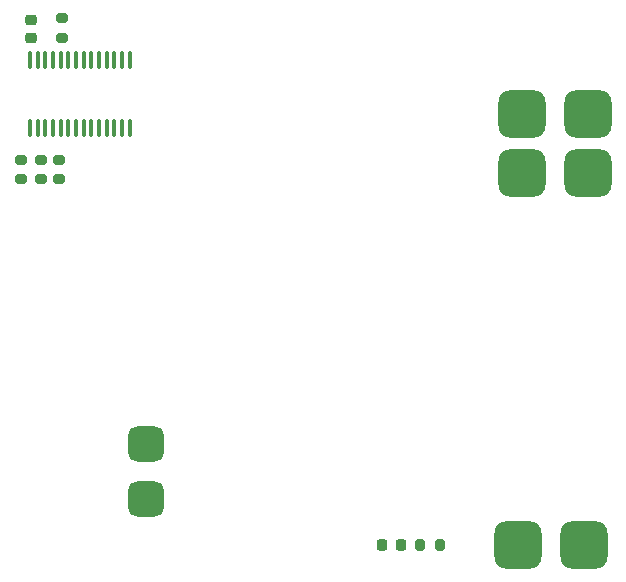
<source format=gtp>
%TF.GenerationSoftware,KiCad,Pcbnew,7.0.7*%
%TF.CreationDate,2023-11-07T21:10:22-05:00*%
%TF.ProjectId,attachmentBoard,61747461-6368-46d6-956e-74426f617264,rev?*%
%TF.SameCoordinates,Original*%
%TF.FileFunction,Paste,Top*%
%TF.FilePolarity,Positive*%
%FSLAX46Y46*%
G04 Gerber Fmt 4.6, Leading zero omitted, Abs format (unit mm)*
G04 Created by KiCad (PCBNEW 7.0.7) date 2023-11-07 21:10:22*
%MOMM*%
%LPD*%
G01*
G04 APERTURE LIST*
G04 Aperture macros list*
%AMRoundRect*
0 Rectangle with rounded corners*
0 $1 Rounding radius*
0 $2 $3 $4 $5 $6 $7 $8 $9 X,Y pos of 4 corners*
0 Add a 4 corners polygon primitive as box body*
4,1,4,$2,$3,$4,$5,$6,$7,$8,$9,$2,$3,0*
0 Add four circle primitives for the rounded corners*
1,1,$1+$1,$2,$3*
1,1,$1+$1,$4,$5*
1,1,$1+$1,$6,$7*
1,1,$1+$1,$8,$9*
0 Add four rect primitives between the rounded corners*
20,1,$1+$1,$2,$3,$4,$5,0*
20,1,$1+$1,$4,$5,$6,$7,0*
20,1,$1+$1,$6,$7,$8,$9,0*
20,1,$1+$1,$8,$9,$2,$3,0*%
G04 Aperture macros list end*
%ADD10RoundRect,0.100000X0.100000X-0.637500X0.100000X0.637500X-0.100000X0.637500X-0.100000X-0.637500X0*%
%ADD11RoundRect,0.750000X-0.750000X-0.750000X0.750000X-0.750000X0.750000X0.750000X-0.750000X0.750000X0*%
%ADD12RoundRect,0.225000X0.250000X-0.225000X0.250000X0.225000X-0.250000X0.225000X-0.250000X-0.225000X0*%
%ADD13RoundRect,0.200000X-0.275000X0.200000X-0.275000X-0.200000X0.275000X-0.200000X0.275000X0.200000X0*%
%ADD14RoundRect,0.200000X0.200000X0.275000X-0.200000X0.275000X-0.200000X-0.275000X0.200000X-0.275000X0*%
%ADD15RoundRect,1.000000X1.000000X-1.000000X1.000000X1.000000X-1.000000X1.000000X-1.000000X-1.000000X0*%
%ADD16RoundRect,0.200000X0.275000X-0.200000X0.275000X0.200000X-0.275000X0.200000X-0.275000X-0.200000X0*%
%ADD17RoundRect,0.218750X-0.218750X-0.256250X0.218750X-0.256250X0.218750X0.256250X-0.218750X0.256250X0*%
G04 APERTURE END LIST*
D10*
%TO.C,U1*%
X136750000Y-55867500D03*
X137400000Y-55867500D03*
X138050000Y-55867500D03*
X138700000Y-55867500D03*
X139350000Y-55867500D03*
X140000000Y-55867500D03*
X140650000Y-55867500D03*
X141300000Y-55867500D03*
X141950000Y-55867500D03*
X142600000Y-55867500D03*
X143250000Y-55867500D03*
X143900000Y-55867500D03*
X144550000Y-55867500D03*
X145200000Y-55867500D03*
X145200000Y-50142500D03*
X144550000Y-50142500D03*
X143900000Y-50142500D03*
X143250000Y-50142500D03*
X142600000Y-50142500D03*
X141950000Y-50142500D03*
X141300000Y-50142500D03*
X140650000Y-50142500D03*
X140000000Y-50142500D03*
X139350000Y-50142500D03*
X138700000Y-50142500D03*
X138050000Y-50142500D03*
X137400000Y-50142500D03*
X136750000Y-50142500D03*
%TD*%
D11*
%TO.C,J10*%
X146590000Y-82660000D03*
X146590000Y-87280000D03*
%TD*%
D12*
%TO.C,C1*%
X136795000Y-48290000D03*
X136795000Y-46740000D03*
%TD*%
D13*
%TO.C,R3*%
X139235000Y-58550000D03*
X139235000Y-60200000D03*
%TD*%
D14*
%TO.C,R7*%
X171430000Y-91165000D03*
X169780000Y-91165000D03*
%TD*%
D13*
%TO.C,R2*%
X137645000Y-58550000D03*
X137645000Y-60200000D03*
%TD*%
D15*
%TO.C,J9*%
X178060000Y-91140000D03*
X183680000Y-91140000D03*
%TD*%
D13*
%TO.C,R1*%
X135945000Y-58550000D03*
X135945000Y-60200000D03*
%TD*%
D15*
%TO.C,J8*%
X178360000Y-54710000D03*
X183980000Y-54710000D03*
%TD*%
D16*
%TO.C,R6*%
X139425000Y-48220000D03*
X139425000Y-46570000D03*
%TD*%
D17*
%TO.C,D1*%
X166557500Y-91165000D03*
X168132500Y-91165000D03*
%TD*%
D15*
%TO.C,J7*%
X178380000Y-59680000D03*
X184000000Y-59680000D03*
%TD*%
M02*

</source>
